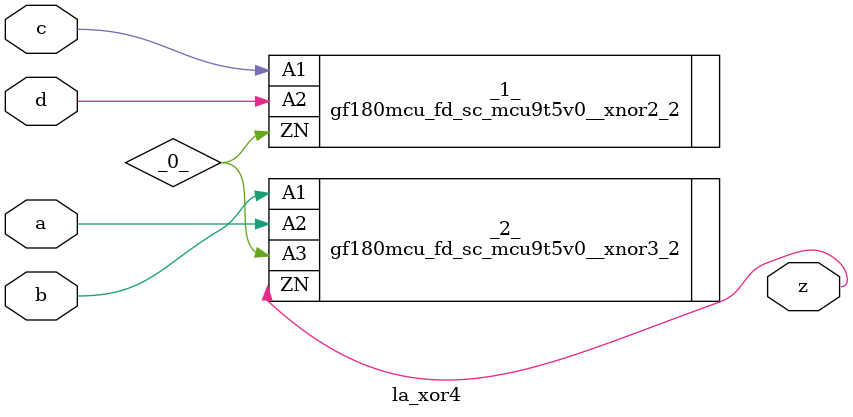
<source format=v>
/* Generated by Yosys 0.37 (git sha1 a5c7f69ed, clang 14.0.0-1ubuntu1.1 -fPIC -Os) */

module la_xor4(a, b, c, d, z);
  wire _0_;
  input a;
  wire a;
  input b;
  wire b;
  input c;
  wire c;
  input d;
  wire d;
  output z;
  wire z;
  gf180mcu_fd_sc_mcu9t5v0__xnor2_2 _1_ (
    .A1(c),
    .A2(d),
    .ZN(_0_)
  );
  gf180mcu_fd_sc_mcu9t5v0__xnor3_2 _2_ (
    .A1(b),
    .A2(a),
    .A3(_0_),
    .ZN(z)
  );
endmodule

</source>
